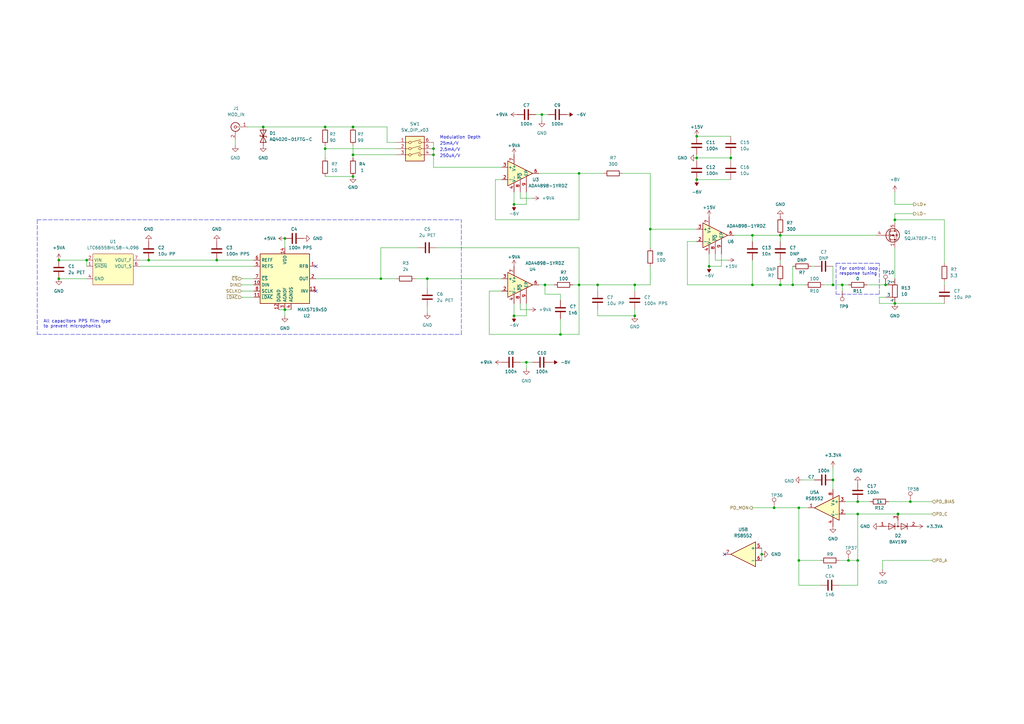
<source format=kicad_sch>
(kicad_sch (version 20211123) (generator eeschema)
  (paper "A3")
  (title_block (title "Kirdy") (date "2022-07-03") (rev "r0.1") (company "M-Labs") (comment 1 "Alex Wong Tat Hang"))
  (lib_symbols
    (symbol "Amplifier_Operational:ADA4898-1YRDZ" (pin_names (offset 0.127))
      (property "Reference" "U" (at 3.81 3.81 0))
      (property "Value" "ADA4898-1YRDZ" (at 11.43 -2.54 0))
      (symbol "ADA4898-1YRDZ_1_1"
        (polyline (pts (xy -5.08 5.08) (xy 5.08 0) (xy -5.08 -5.08) (xy -5.08 5.08)) (stroke (width 0.254)) (fill (type background)))
        (pin input line (at -7.62 -2.54 0) (length 2.54) (name "-") (number "2"))
        (pin input line (at -7.62 2.54 0) (length 2.54) (name "+") (number "3"))
        (pin power_in line (at -2.54 -7.62 90) (length 3.81) (name "V-") (number "4"))
        (pin output line (at 7.62 0 180) (length 2.54) (name "~") (number "6"))
        (pin power_in line (at -2.54 7.62 270) (length 3.81) (name "V+") (number "7"))
        (pin input line (at 0 -7.62 90) (length 5.08) (name "~{PD}") (number "8"))
        (pin passive line (at 2.54 -7.62 90) (length 6.35) (name "EP") (number "9"))
      )
    )
    (symbol "Analog_DAC:MAX5719xSD"
      (property "Reference" "U" (at -10.16 11.43 0))
      (property "Value" "MAX5719xSD" (at 1.27 11.43 0))
      (symbol "MAX5719xSD_0_1"
        (rectangle (start -10.16 10.16) (end 10.16 -10.16) (stroke (width 0.254)) (fill (type background)))
      )
      (symbol "MAX5719xSD_1_1"
        (pin passive line (at 12.7 5.08 180) (length 2.54) (name "RFB") (number "1"))
        (pin input line (at -12.7 -2.54 0) (length 2.54) (name "DIN") (number "10"))
        (pin input line (at -12.7 -7.62 0) (length 2.54) (name "~{LDAC}") (number "11"))
        (pin power_in line (at -2.54 -12.7 90) (length 2.54) (name "DGND") (number "12"))
        (pin passive line (at 12.7 -5.08 180) (length 2.54) (name "INV") (number "13"))
        (pin power_in line (at 0 12.7 270) (length 2.54) (name "VDD") (number "14"))
        (pin output line (at 12.7 0 180) (length 2.54) (name "OUT") (number "2"))
        (pin power_in line (at 0 -12.7 90) (length 2.54) (name "AGNDF") (number "3"))
        (pin power_in line (at 2.54 -12.7 90) (length 2.54) (name "AGNDS") (number "4"))
        (pin input line (at -12.7 5.08 0) (length 2.54) (name "REFS") (number "5"))
        (pin input line (at -12.7 7.62 0) (length 2.54) (name "REFF") (number "6"))
        (pin input line (at -12.7 0 0) (length 2.54) (name "~{CS}") (number "7"))
        (pin input line (at -12.7 -5.08 0) (length 2.54) (name "SCLK") (number "8"))
        (pin no_connect line (at 10.16 -7.62 180) (length 2.54) hide (name "NC") (number "9"))
      )
    )
    (symbol "Connector:Conn_Coaxial" (pin_names (offset 1.016) hide)
      (property "Reference" "J" (at 0.254 3.048 0))
      (property "Value" "Conn_Coaxial" (at 2.921 0 90))
      (symbol "Conn_Coaxial_0_1"
        (arc (start -1.778 -0.508) (mid 0.222 -1.808) (end 1.778 0) (stroke (width 0.254)))
        (polyline (pts (xy -2.54 0) (xy -0.508 0)))
        (polyline (pts (xy 0 -2.54) (xy 0 -1.778)))
        (circle (center 0 0) (radius 0.508) (stroke (width 0.2032)))
        (arc (start 1.778 0) (mid 0.222 1.8083) (end -1.778 0.508) (stroke (width 0.254)))
      )
      (symbol "Conn_Coaxial_1_1"
        (pin passive line (at -5.08 0 0) (length 2.54) (name "In") (number "1"))
        (pin passive line (at 0 -5.08 90) (length 2.54) (name "Ext") (number "2"))
      )
    )
    (symbol "Connector:TestPoint" (pin_numbers hide) (pin_names (offset 0.762) hide)
      (property "Reference" "TP" (at 0 6.858 0))
      (property "Value" "TestPoint" (at 0 5.08 0))
      (symbol "TestPoint_0_1"
        (circle (center 0 3.302) (radius 0.762))
      )
      (symbol "TestPoint_1_1"
        (pin passive line (at 0 0 90) (length 2.54) (name "1") (number "1"))
      )
    )
    (symbol "Device:C" (pin_numbers hide) (pin_names (offset 0.254))
      (property "Reference" "C" (at 0.635 2.54 0))
      (property "Value" "C" (at 0.635 -2.54 0))
      (symbol "C_0_1"
        (polyline (pts (xy -2.032 -0.762) (xy 2.032 -0.762)) (stroke (width 0.508)))
        (polyline (pts (xy -2.032 0.762) (xy 2.032 0.762)) (stroke (width 0.508)))
      )
      (symbol "C_1_1"
        (pin passive line (at 0 3.81 270) (length 2.794) (name "~") (number "1"))
        (pin passive line (at 0 -3.81 90) (length 2.794) (name "~") (number "2"))
      )
    )
    (symbol "Device:D_TVS" (pin_numbers hide) (pin_names (offset 1.016) hide)
      (property "Reference" "D" (at 0 2.54 0))
      (property "Value" "D_TVS" (at 0 -2.54 0))
      (symbol "D_TVS_0_1"
        (polyline (pts (xy 1.27 0) (xy -1.27 0)))
        (polyline (pts (xy 0.508 1.27) (xy 0 1.27) (xy 0 -1.27) (xy -0.508 -1.27)) (stroke (width 0.254)))
        (polyline (pts (xy -2.54 1.27) (xy -2.54 -1.27) (xy 2.54 1.27) (xy 2.54 -1.27) (xy -2.54 1.27)) (stroke (width 0.254)))
      )
      (symbol "D_TVS_1_1"
        (pin passive line (at -3.81 0 0) (length 2.54) (name "A1") (number "1"))
        (pin passive line (at 3.81 0 180) (length 2.54) (name "A2") (number "2"))
      )
    )
    (symbol "Device:R" (pin_numbers hide) (pin_names (offset 0))
      (property "Reference" "R" (at 2.032 0 90))
      (property "Value" "R" (at 0 0 90))
      (symbol "R_0_1"
        (rectangle (start -1.016 -2.54) (end 1.016 2.54) (stroke (width 0.254)))
      )
      (symbol "R_1_1"
        (pin passive line (at 0 3.81 270) (length 1.27) (name "~") (number "1"))
        (pin passive line (at 0 -3.81 90) (length 1.27) (name "~") (number "2"))
      )
    )
    (symbol "Device:R_Shunt" (pin_numbers hide) (pin_names (offset 0))
      (property "Reference" "R" (at -4.445 0 90))
      (property "Value" "R_Shunt" (at -2.54 0 90))
      (symbol "R_Shunt_0_1"
        (rectangle (start -1.016 -2.54) (end 1.016 2.54) (stroke (width 0.254)))
        (polyline (pts (xy 0 -2.54) (xy 1.27 -2.54)))
        (polyline (pts (xy 1.27 2.54) (xy 0 2.54)))
      )
      (symbol "R_Shunt_1_1"
        (pin passive line (at 0 5.08 270) (length 2.54) (name "1") (number "1"))
        (pin passive line (at 3.81 2.54 180) (length 2.54) (name "2") (number "2"))
        (pin passive line (at 3.81 -2.54 180) (length 2.54) (name "3") (number "3"))
        (pin passive line (at 0 -5.08 90) (length 2.54) (name "4") (number "4"))
      )
    )
    (symbol "Diode:BAV99" (pin_names hide)
      (property "Reference" "D" (at 0 5.08 0))
      (property "Value" "BAV99" (at 0 2.54 0))
      (symbol "BAV99_0_1"
        (polyline (pts (xy -5.08 0) (xy 5.08 0)))
      )
      (symbol "BAV99_1_1"
        (polyline (pts (xy 0 0) (xy 0 -2.54)))
        (polyline (pts (xy -1.27 -1.27) (xy -1.27 1.27) (xy -1.27 1.27)) (stroke (width 0.2032)))
        (polyline (pts (xy 3.81 1.27) (xy 3.81 -1.27) (xy 3.81 -1.27)) (stroke (width 0.2032)))
        (polyline (pts (xy -3.81 1.27) (xy -1.27 0) (xy -3.81 -1.27) (xy -3.81 1.27) (xy -3.81 1.27) (xy -3.81 1.27)) (stroke (width 0.2032)))
        (polyline (pts (xy 1.27 1.27) (xy 3.81 0) (xy 1.27 -1.27) (xy 1.27 1.27) (xy 1.27 1.27) (xy 1.27 1.27)) (stroke (width 0.2032)))
        (circle (center 0 0) (radius 0.254) (fill (type outline)))
        (pin passive line (at -7.62 0 0) (length 2.54) (name "K") (number "1"))
        (pin passive line (at 7.62 0 180) (length 2.54) (name "A") (number "2"))
        (pin passive line (at 0 -5.08 90) (length 2.54) (name "K") (number "3"))
      )
    )
    (symbol "Switch:SW_DIP_x03" (pin_names (offset 0) hide)
      (property "Reference" "SW" (at 0 8.89 0))
      (property "Value" "SW_DIP_x03" (at 0 -3.81 0))
      (symbol "SW_DIP_x03_0_0"
        (circle (center -2.032 0) (radius 0.508))
        (circle (center -2.032 2.54) (radius 0.508))
        (circle (center -2.032 5.08) (radius 0.508))
        (polyline (pts (xy -1.524 0.127) (xy 2.3622 1.1684)))
        (polyline (pts (xy -1.524 2.667) (xy 2.3622 3.7084)))
        (polyline (pts (xy -1.524 5.207) (xy 2.3622 6.2484)))
        (circle (center 2.032 0) (radius 0.508))
        (circle (center 2.032 2.54) (radius 0.508))
        (circle (center 2.032 5.08) (radius 0.508))
      )
      (symbol "SW_DIP_x03_0_1"
        (rectangle (start -3.81 7.62) (end 3.81 -2.54) (stroke (width 0.254)) (fill (type background)))
      )
      (symbol "SW_DIP_x03_1_1"
        (pin passive line (at -7.62 5.08 0) (length 5.08) (name "~") (number "1"))
        (pin passive line (at -7.62 2.54 0) (length 5.08) (name "~") (number "2"))
        (pin passive line (at -7.62 0 0) (length 5.08) (name "~") (number "3"))
        (pin passive line (at 7.62 0 180) (length 5.08) (name "~") (number "4"))
        (pin passive line (at 7.62 2.54 180) (length 5.08) (name "~") (number "5"))
        (pin passive line (at 7.62 5.08 180) (length 5.08) (name "~") (number "6"))
      )
    )
    (symbol "Transistor_FET:CSD17507Q5A" (pin_names hide)
      (property "Reference" "Q" (at 5.08 1.905 0))
      (property "Value" "CSD17507Q5A" (at 5.08 0 0))
      (symbol "CSD17507Q5A_0_1"
        (polyline (pts (xy 0.254 0) (xy -2.54 0)))
        (polyline (pts (xy 0.254 1.905) (xy 0.254 -1.905)) (stroke (width 0.254)))
        (polyline (pts (xy 0.762 -1.27) (xy 0.762 -2.286)) (stroke (width 0.254)))
        (polyline (pts (xy 0.762 0.508) (xy 0.762 -0.508)) (stroke (width 0.254)))
        (polyline (pts (xy 0.762 2.286) (xy 0.762 1.27)) (stroke (width 0.254)))
        (polyline (pts (xy 2.54 2.54) (xy 2.54 1.778)))
        (polyline (pts (xy 2.54 -2.54) (xy 2.54 0) (xy 0.762 0)))
        (polyline (pts (xy 0.762 -1.778) (xy 3.302 -1.778) (xy 3.302 1.778) (xy 0.762 1.778)))
        (polyline (pts (xy 1.016 0) (xy 2.032 0.381) (xy 2.032 -0.381) (xy 1.016 0)) (fill (type outline)))
        (polyline (pts (xy 2.794 0.508) (xy 2.921 0.381) (xy 3.683 0.381) (xy 3.81 0.254)))
        (polyline (pts (xy 3.302 0.381) (xy 2.921 -0.254) (xy 3.683 -0.254) (xy 3.302 0.381)))
        (circle (center 1.651 0) (radius 2.794) (stroke (width 0.254)))
        (circle (center 2.54 -1.778) (radius 0.254) (fill (type outline)))
        (circle (center 2.54 1.778) (radius 0.254) (fill (type outline)))
      )
      (symbol "CSD17507Q5A_1_1"
        (pin passive line (at 2.54 -5.08 90) (length 2.54) (name "S") (number "1"))
        (pin passive line (at 2.54 -5.08 90) (length 2.54) hide (name "S") (number "2"))
        (pin passive line (at 2.54 -5.08 90) (length 2.54) hide (name "S") (number "3"))
        (pin passive line (at -5.08 0 0) (length 2.54) (name "G") (number "4"))
        (pin passive line (at 2.54 5.08 270) (length 2.54) (name "D") (number "5"))
      )
    )
    (symbol "kirdy:LTC6655"
      (property "Reference" "U" (at 0 -10.16 0))
      (property "Value" "LTC6655" (at 0 -7.62 0))
      (symbol "LTC6655_0_0"
        (pin input line (at -10.16 2.54 0) (length 2.54) (name "~{SHDN}") (number "1"))
        (pin power_in line (at -10.16 5.08 0) (length 2.54) (name "VIN") (number "2"))
        (pin power_in line (at -10.16 -2.54 0) (length 2.54) hide (name "GND") (number "3"))
        (pin power_in line (at -10.16 -2.54 0) (length 2.54) (name "GND") (number "4"))
        (pin power_in line (at -10.16 -2.54 0) (length 2.54) hide (name "GND") (number "5"))
        (pin passive line (at 11.43 2.54 180) (length 2.54) (name "VOUT_S") (number "6"))
        (pin output line (at 11.43 5.08 180) (length 2.54) (name "VOUT_F") (number "7"))
        (pin power_in line (at -10.16 -2.54 0) (length 2.54) hide (name "GND") (number "8"))
      )
      (symbol "LTC6655_0_1"
        (rectangle (start -7.62 7.62) (end 8.89 -5.08) (fill (type background)))
      )
    )
    (symbol "kirdy:RS8552" (pin_names (offset 0.127))
      (property "Reference" "U" (at 0 5.08 0))
      (property "Value" "RS8552" (at 0 -5.08 0))
      (symbol "RS8552_1_1"
        (polyline (pts (xy -5.08 5.08) (xy 5.08 0) (xy -5.08 -5.08) (xy -5.08 5.08)) (stroke (width 0.254)) (fill (type background)))
        (pin output line (at 7.62 0 180) (length 2.54) (name "~") (number "1"))
        (pin input line (at -7.62 -2.54 0) (length 2.54) (name "-") (number "2"))
        (pin input line (at -7.62 2.54 0) (length 2.54) (name "+") (number "3"))
      )
      (symbol "RS8552_2_1"
        (polyline (pts (xy -5.08 5.08) (xy 5.08 0) (xy -5.08 -5.08) (xy -5.08 5.08)) (stroke (width 0.254)) (fill (type background)))
        (pin input line (at -7.62 2.54 0) (length 2.54) (name "+") (number "5"))
        (pin input line (at -7.62 -2.54 0) (length 2.54) (name "-") (number "6"))
        (pin output line (at 7.62 0 180) (length 2.54) (name "~") (number "7"))
      )
      (symbol "RS8552_3_1"
        (pin power_in line (at -2.54 -7.62 90) (length 3.81) (name "V-") (number "4"))
        (pin power_in line (at -2.54 7.62 270) (length 3.81) (name "V+") (number "8"))
      )
    )
    (symbol "power:+15V" (power) (pin_names (offset 0))
      (property "Value" "+15V" (at 0 3.556 0))
      (symbol "+15V_0_1"
        (polyline (pts (xy -0.762 1.27) (xy 0 2.54)))
        (polyline (pts (xy 0 0) (xy 0 2.54)))
        (polyline (pts (xy 0 2.54) (xy 0.762 1.27)))
      )
      (symbol "+15V_1_1"
        (pin power_in line (at 0 0 90) (length 0) hide (name "+15V") (number "1"))
      )
    )
    (symbol "power:+3.3VA" (power) (pin_names (offset 0))
      (property "Value" "+3.3VA" (at 0 3.556 0))
      (symbol "+3.3VA_0_1"
        (polyline (pts (xy -0.762 1.27) (xy 0 2.54)))
        (polyline (pts (xy 0 0) (xy 0 2.54)))
        (polyline (pts (xy 0 2.54) (xy 0.762 1.27)))
      )
      (symbol "+3.3VA_1_1"
        (pin power_in line (at 0 0 90) (length 0) hide (name "+3.3VA") (number "1"))
      )
    )
    (symbol "power:+5VA" (power) (pin_names (offset 0))
      (property "Value" "+5VA" (at 0 3.556 0))
      (symbol "+5VA_0_1"
        (polyline (pts (xy -0.762 1.27) (xy 0 2.54)))
        (polyline (pts (xy 0 0) (xy 0 2.54)))
        (polyline (pts (xy 0 2.54) (xy 0.762 1.27)))
      )
      (symbol "+5VA_1_1"
        (pin power_in line (at 0 0 90) (length 0) hide (name "+5VA") (number "1"))
      )
    )
    (symbol "power:+8V" (power) (pin_names (offset 0))
      (property "Value" "+8V" (at 0 3.556 0))
      (symbol "+8V_0_1"
        (polyline (pts (xy -0.762 1.27) (xy 0 2.54)))
        (polyline (pts (xy 0 0) (xy 0 2.54)))
        (polyline (pts (xy 0 2.54) (xy 0.762 1.27)))
      )
      (symbol "+8V_1_1"
        (pin power_in line (at 0 0 90) (length 0) hide (name "+8V") (number "1"))
      )
    )
    (symbol "power:+9VA" (power) (pin_names (offset 0))
      (property "Value" "+9VA" (at 0 3.81 0))
      (symbol "+9VA_0_1"
        (polyline (pts (xy -0.762 1.27) (xy 0 2.54)))
        (polyline (pts (xy 0 0) (xy 0 2.54)))
        (polyline (pts (xy 0 2.54) (xy 0.762 1.27)))
      )
      (symbol "+9VA_1_1"
        (pin power_in line (at 0 0 90) (length 0) hide (name "+9VA") (number "1"))
      )
    )
    (symbol "power:-6V" (power) (pin_names (offset 0))
      (property "Value" "-6V" (at 0 3.81 0))
      (symbol "-6V_0_0"
        (pin power_in line (at 0 0 90) (length 0) hide (name "-6V") (number "1"))
      )
      (symbol "-6V_0_1"
        (polyline (pts (xy 0 0) (xy 0 1.27) (xy 0.762 1.27) (xy 0 2.54) (xy -0.762 1.27) (xy 0 1.27)) (fill (type outline)))
      )
    )
    (symbol "power:GND" (power) (pin_names (offset 0))
      (property "Value" "GND" (at 0 -3.81 0))
      (symbol "GND_0_1"
        (polyline (pts (xy 0 0) (xy 0 -1.27) (xy 1.27 -1.27) (xy 0 -2.54) (xy -1.27 -1.27) (xy 0 -1.27)))
      )
      (symbol "GND_1_1"
        (pin power_in line (at 0 0 270) (length 0) hide (name "GND") (number "1"))
      )
    )
  )
  (junction (at 290.83 109.22))
  (junction (at 144.78 72.39))
  (junction (at 237.49 71.12))
  (junction (at 363.22 116.84))
  (junction (at 285.75 64.77))
  (junction (at 347.98 229.87))
  (junction (at 223.52 116.84))
  (junction (at 351.79 205.74))
  (junction (at 116.84 97.79))
  (junction (at 308.61 96.52))
  (junction (at 367.03 90.17))
  (junction (at 107.95 52.07))
  (junction (at 222.25 46.99))
  (junction (at 177.8 63.5))
  (junction (at 260.35 116.84))
  (junction (at 351.79 229.87))
  (junction (at 215.9 148.59))
  (junction (at 320.04 116.84))
  (junction (at 285.75 55.88))
  (junction (at 210.82 129.54))
  (junction (at 144.78 52.07))
  (junction (at 237.49 116.84))
  (junction (at 245.11 116.84))
  (junction (at 210.82 83.82))
  (junction (at 345.44 116.84))
  (junction (at 308.61 116.84))
  (junction (at 156.21 114.3))
  (junction (at 320.04 96.52))
  (junction (at 133.35 52.07))
  (junction (at 373.38 205.74))
  (junction (at 327.66 208.28))
  (junction (at 312.42 227.33))
  (junction (at 351.79 210.82))
  (junction (at 175.26 114.3))
  (junction (at 60.96 106.68))
  (junction (at 299.72 64.77))
  (junction (at 266.7 93.98))
  (junction (at 317.5 208.28))
  (junction (at 35.56 106.68))
  (junction (at 367.03 124.46))
  (junction (at 285.75 73.66))
  (junction (at 88.9 106.68))
  (junction (at 368.3 210.82))
  (junction (at 24.13 114.3))
  (junction (at 260.35 129.54))
  (junction (at 133.35 60.96))
  (junction (at 327.66 229.87))
  (junction (at 325.12 116.84))
  (junction (at 341.63 196.85))
  (junction (at 144.78 63.5))
  (junction (at 116.84 127))
  (junction (at 229.87 137.16))
  (junction (at 24.13 106.68))
  (junction (at 177.8 60.96))
  (junction (at 341.63 116.84))
  (no_connect (at 129.54 119.38))
  (no_connect (at 297.18 227.33))
  (no_connect (at 129.54 109.22))
  (wire (pts (xy 175.26 125.73) (xy 175.26 128.27)))
  (wire (pts (xy 99.06 114.3) (xy 104.14 114.3)))
  (wire (pts (xy 308.61 208.28) (xy 317.5 208.28)))
  (wire (pts (xy 35.56 106.68) (xy 35.56 109.22)))
  (wire (pts (xy 177.8 60.96) (xy 177.8 63.5)))
  (wire (pts (xy 237.49 116.84) (xy 245.11 116.84)))
  (wire (pts (xy 368.3 210.82) (xy 382.27 210.82)))
  (wire (pts (xy 133.35 72.39) (xy 144.78 72.39)))
  (wire (pts (xy 355.6 116.84) (xy 363.22 116.84)))
  (wire (pts (xy 308.61 96.52) (xy 320.04 96.52)))
  (wire (pts (xy 347.98 229.87) (xy 351.79 229.87)))
  (wire (pts (xy 351.79 229.87) (xy 351.79 210.82)))
  (wire (pts (xy 345.44 119.38) (xy 345.44 116.84)))
  (wire (pts (xy 260.35 116.84) (xy 266.7 116.84)))
  (wire (pts (xy 285.75 64.77) (xy 285.75 66.04)))
  (wire (pts (xy 367.03 91.44) (xy 367.03 90.17)))
  (wire (pts (xy 179.07 101.6) (xy 237.49 101.6)))
  (wire (pts (xy 158.75 58.42) (xy 162.56 58.42)))
  (wire (pts (xy 387.35 107.95) (xy 387.35 90.17)))
  (wire (pts (xy 96.52 59.69) (xy 96.52 57.15)))
  (wire (pts (xy 260.35 119.38) (xy 260.35 116.84)))
  (wire (pts (xy 308.61 96.52) (xy 308.61 99.06)))
  (wire (pts (xy 300.99 96.52) (xy 308.61 96.52)))
  (wire (pts (xy 213.36 127) (xy 217.17 127)))
  (wire (pts (xy 144.78 59.69) (xy 144.78 63.5)))
  (wire (pts (xy 266.7 109.22) (xy 266.7 116.84)))
  (wire (pts (xy 387.35 115.57) (xy 387.35 116.84)))
  (wire (pts (xy 320.04 96.52) (xy 359.41 96.52)))
  (wire (pts (xy 101.6 52.07) (xy 107.95 52.07)))
  (polyline (pts (xy 342.9 120.65) (xy 360.68 120.65)))
  (wire (pts (xy 99.06 119.38) (xy 104.14 119.38)))
  (wire (pts (xy 361.95 229.87) (xy 382.27 229.87)))
  (wire (pts (xy 293.37 106.68) (xy 298.45 106.68)))
  (polyline (pts (xy 342.9 107.95) (xy 360.68 107.95)))
  (wire (pts (xy 360.68 121.92) (xy 360.68 124.46)))
  (wire (pts (xy 177.8 58.42) (xy 177.8 60.96)))
  (wire (pts (xy 320.04 106.68) (xy 320.04 107.95)))
  (wire (pts (xy 327.66 229.87) (xy 327.66 208.28)))
  (wire (pts (xy 60.96 106.68) (xy 88.9 106.68)))
  (wire (pts (xy 99.06 116.84) (xy 104.14 116.84)))
  (wire (pts (xy 133.35 59.69) (xy 133.35 60.96)))
  (wire (pts (xy 220.98 71.12) (xy 237.49 71.12)))
  (wire (pts (xy 222.25 46.99) (xy 222.25 49.53)))
  (wire (pts (xy 245.11 116.84) (xy 260.35 116.84)))
  (wire (pts (xy 237.49 90.17) (xy 237.49 71.12)))
  (wire (pts (xy 229.87 137.16) (xy 237.49 137.16)))
  (wire (pts (xy 175.26 114.3) (xy 205.74 114.3)))
  (wire (pts (xy 170.18 114.3) (xy 175.26 114.3)))
  (wire (pts (xy 320.04 96.52) (xy 320.04 99.06)))
  (wire (pts (xy 237.49 137.16) (xy 237.49 116.84)))
  (wire (pts (xy 336.55 240.03) (xy 327.66 240.03)))
  (wire (pts (xy 367.03 87.63) (xy 374.65 87.63)))
  (wire (pts (xy 260.35 129.54) (xy 260.35 127)))
  (wire (pts (xy 57.15 109.22) (xy 104.14 109.22)))
  (wire (pts (xy 144.78 63.5) (xy 162.56 63.5)))
  (wire (pts (xy 234.95 116.84) (xy 237.49 116.84)))
  (wire (pts (xy 299.72 64.77) (xy 285.75 64.77)))
  (wire (pts (xy 222.25 46.99) (xy 224.79 46.99)))
  (wire (pts (xy 200.66 119.38) (xy 200.66 137.16)))
  (wire (pts (xy 215.9 83.82) (xy 215.9 78.74)))
  (wire (pts (xy 210.82 78.74) (xy 210.82 83.82)))
  (wire (pts (xy 215.9 129.54) (xy 215.9 124.46)))
  (wire (pts (xy 156.21 101.6) (xy 156.21 114.3)))
  (wire (pts (xy 373.38 205.74) (xy 382.27 205.74)))
  (wire (pts (xy 171.45 101.6) (xy 156.21 101.6)))
  (polyline (pts (xy 15.24 90.17) (xy 189.23 90.17)))
  (wire (pts (xy 367.03 124.46) (xy 387.35 124.46)))
  (wire (pts (xy 361.95 233.68) (xy 361.95 229.87)))
  (wire (pts (xy 215.9 148.59) (xy 218.44 148.59)))
  (wire (pts (xy 107.95 52.07) (xy 133.35 52.07)))
  (wire (pts (xy 325.12 109.22) (xy 325.12 116.84)))
  (wire (pts (xy 213.36 78.74) (xy 213.36 81.28)))
  (wire (pts (xy 133.35 52.07) (xy 144.78 52.07)))
  (wire (pts (xy 210.82 83.82) (xy 215.9 83.82)))
  (wire (pts (xy 213.36 148.59) (xy 215.9 148.59)))
  (wire (pts (xy 341.63 116.84) (xy 345.44 116.84)))
  (wire (pts (xy 266.7 71.12) (xy 266.7 93.98)))
  (wire (pts (xy 290.83 109.22) (xy 295.91 109.22)))
  (wire (pts (xy 219.71 46.99) (xy 222.25 46.99)))
  (wire (pts (xy 205.74 73.66) (xy 203.2 73.66)))
  (polyline (pts (xy 360.68 120.65) (xy 360.68 107.95)))
  (wire (pts (xy 360.68 121.92) (xy 363.22 121.92)))
  (wire (pts (xy 317.5 208.28) (xy 327.66 208.28)))
  (wire (pts (xy 344.17 229.87) (xy 347.98 229.87)))
  (wire (pts (xy 57.15 106.68) (xy 60.96 106.68)))
  (wire (pts (xy 200.66 137.16) (xy 229.87 137.16)))
  (wire (pts (xy 213.36 124.46) (xy 213.36 127)))
  (wire (pts (xy 129.54 114.3) (xy 156.21 114.3)))
  (wire (pts (xy 229.87 120.65) (xy 223.52 120.65)))
  (wire (pts (xy 88.9 106.68) (xy 104.14 106.68)))
  (wire (pts (xy 337.82 116.84) (xy 341.63 116.84)))
  (wire (pts (xy 364.49 205.74) (xy 373.38 205.74)))
  (wire (pts (xy 255.27 71.12) (xy 266.7 71.12)))
  (wire (pts (xy 24.13 106.68) (xy 35.56 106.68)))
  (wire (pts (xy 341.63 191.77) (xy 341.63 196.85)))
  (wire (pts (xy 24.13 114.3) (xy 35.56 114.3)))
  (wire (pts (xy 346.71 205.74) (xy 351.79 205.74)))
  (wire (pts (xy 387.35 90.17) (xy 367.03 90.17)))
  (wire (pts (xy 210.82 129.54) (xy 215.9 129.54)))
  (wire (pts (xy 144.78 63.5) (xy 144.78 64.77)))
  (wire (pts (xy 290.83 104.14) (xy 290.83 109.22)))
  (polyline (pts (xy 15.24 90.17) (xy 15.24 137.16)))
  (wire (pts (xy 345.44 116.84) (xy 347.98 116.84)))
  (wire (pts (xy 133.35 60.96) (xy 162.56 60.96)))
  (wire (pts (xy 281.94 116.84) (xy 281.94 99.06)))
  (wire (pts (xy 327.66 240.03) (xy 327.66 229.87)))
  (wire (pts (xy 116.84 97.79) (xy 116.84 101.6)))
  (wire (pts (xy 293.37 104.14) (xy 293.37 106.68)))
  (wire (pts (xy 177.8 68.58) (xy 205.74 68.58)))
  (wire (pts (xy 327.66 229.87) (xy 336.55 229.87)))
  (polyline (pts (xy 342.9 107.95) (xy 342.9 120.65)))
  (wire (pts (xy 237.49 71.12) (xy 247.65 71.12)))
  (wire (pts (xy 351.79 205.74) (xy 356.87 205.74)))
  (wire (pts (xy 325.12 116.84) (xy 330.2 116.84)))
  (wire (pts (xy 312.42 224.79) (xy 312.42 227.33)))
  (wire (pts (xy 367.03 83.82) (xy 374.65 83.82)))
  (wire (pts (xy 308.61 116.84) (xy 281.94 116.84)))
  (wire (pts (xy 203.2 90.17) (xy 237.49 90.17)))
  (wire (pts (xy 114.3 127) (xy 116.84 127)))
  (wire (pts (xy 312.42 227.33) (xy 312.42 229.87)))
  (wire (pts (xy 266.7 93.98) (xy 285.75 93.98)))
  (wire (pts (xy 99.06 121.92) (xy 104.14 121.92)))
  (wire (pts (xy 156.21 114.3) (xy 162.56 114.3)))
  (wire (pts (xy 213.36 81.28) (xy 218.44 81.28)))
  (wire (pts (xy 266.7 93.98) (xy 266.7 101.6)))
  (polyline (pts (xy 15.24 137.16) (xy 189.23 137.16)))
  (wire (pts (xy 245.11 127) (xy 245.11 129.54)))
  (wire (pts (xy 320.04 115.57) (xy 320.04 116.84)))
  (wire (pts (xy 367.03 90.17) (xy 367.03 87.63)))
  (wire (pts (xy 328.93 196.85) (xy 334.01 196.85)))
  (wire (pts (xy 344.17 240.03) (xy 351.79 240.03)))
  (wire (pts (xy 210.82 124.46) (xy 210.82 129.54)))
  (wire (pts (xy 341.63 196.85) (xy 341.63 200.66)))
  (wire (pts (xy 245.11 119.38) (xy 245.11 116.84)))
  (wire (pts (xy 346.71 210.82) (xy 351.79 210.82)))
  (wire (pts (xy 223.52 120.65) (xy 223.52 116.84)))
  (wire (pts (xy 341.63 109.22) (xy 341.63 116.84)))
  (wire (pts (xy 351.79 240.03) (xy 351.79 229.87)))
  (wire (pts (xy 327.66 208.28) (xy 331.47 208.28)))
  (wire (pts (xy 229.87 130.81) (xy 229.87 137.16)))
  (wire (pts (xy 299.72 63.5) (xy 299.72 64.77)))
  (wire (pts (xy 367.03 78.74) (xy 367.03 83.82)))
  (wire (pts (xy 332.74 109.22) (xy 334.01 109.22)))
  (wire (pts (xy 133.35 60.96) (xy 133.35 64.77)))
  (wire (pts (xy 116.84 127) (xy 116.84 129.54)))
  (wire (pts (xy 237.49 101.6) (xy 237.49 116.84)))
  (wire (pts (xy 299.72 64.77) (xy 299.72 66.04)))
  (wire (pts (xy 175.26 114.3) (xy 175.26 118.11)))
  (wire (pts (xy 177.8 63.5) (xy 177.8 68.58)))
  (wire (pts (xy 144.78 52.07) (xy 158.75 52.07)))
  (wire (pts (xy 223.52 116.84) (xy 227.33 116.84)))
  (wire (pts (xy 360.68 124.46) (xy 367.03 124.46)))
  (wire (pts (xy 205.74 119.38) (xy 200.66 119.38)))
  (wire (pts (xy 285.75 63.5) (xy 285.75 64.77)))
  (wire (pts (xy 245.11 129.54) (xy 260.35 129.54)))
  (wire (pts (xy 285.75 55.88) (xy 299.72 55.88)))
  (wire (pts (xy 351.79 210.82) (xy 368.3 210.82)))
  (wire (pts (xy 308.61 116.84) (xy 320.04 116.84)))
  (wire (pts (xy 229.87 123.19) (xy 229.87 120.65)))
  (wire (pts (xy 285.75 73.66) (xy 299.72 73.66)))
  (wire (pts (xy 220.98 116.84) (xy 223.52 116.84)))
  (wire (pts (xy 367.03 101.6) (xy 367.03 114.3)))
  (wire (pts (xy 158.75 52.07) (xy 158.75 58.42)))
  (wire (pts (xy 295.91 109.22) (xy 295.91 104.14)))
  (wire (pts (xy 308.61 106.68) (xy 308.61 116.84)))
  (wire (pts (xy 215.9 148.59) (xy 215.9 151.13)))
  (wire (pts (xy 320.04 116.84) (xy 325.12 116.84)))
  (polyline (pts (xy 189.23 137.16) (xy 189.23 90.17)))
  (wire (pts (xy 116.84 127) (xy 119.38 127)))
  (wire (pts (xy 203.2 73.66) (xy 203.2 90.17)))
  (wire (pts (xy 281.94 99.06) (xy 285.75 99.06)))
  (text "250uA/V" (at 180.34 64.77 0) (effects (font (size 1.27 1.27)) (justify left bottom)))
  (text "All capacitors PPS film type\nto prevent microphonics " (at 17.78 134.62 0) (effects (font (size 1.27 1.27)) (justify left bottom)))
  (text "2.5mA/V" (at 180.34 62.23 0) (effects (font (size 1.27 1.27)) (justify left bottom)))
  (text "For control loop\nresponse tuning" (at 344.17 113.03 0) (effects (font (size 1.27 1.27)) (justify left bottom)))
  (text "25mA/V" (at 180.34 59.69 0) (effects (font (size 1.27 1.27)) (justify left bottom)))
  (text "Modulation Depth" (at 180.34 57.15 0) (effects (font (size 1.27 1.27)) (justify left bottom)))
  (hierarchical_label "~{LDAC}" (shape input) (at 99.06 121.92 180))
  (hierarchical_label "PD_BIAS" (shape input) (at 382.27 205.74 0))
  (hierarchical_label "LD+" (shape output) (at 374.65 83.82 0))
  (hierarchical_label "SCLK" (shape input) (at 99.06 119.38 180))
  (hierarchical_label "PD_MON" (shape output) (at 308.61 208.28 180))
  (hierarchical_label "PD_C" (shape input) (at 382.27 210.82 0))
  (hierarchical_label "PD_A" (shape input) (at 382.27 229.87 0))
  (hierarchical_label "DIN" (shape input) (at 99.06 116.84 180))
  (hierarchical_label "LD-" (shape output) (at 374.65 87.63 0))
  (hierarchical_label "~{CS}" (shape input) (at 99.06 114.3 180))
  (symbol (lib_id "Connector:TestPoint") (at 363.22 116.84 0) (unit 1)
    (property "Reference" "TP10" (at 361.95 111.76 0) (effects (justify left)))
    (property "Value" "TestPoint" (effects hide))
    (property "Footprint" "TestPoint:TestPoint_Pad_2.0x2.0mm" (effects hide))
  )
  (symbol (lib_id "Device:C") (at 351.79 201.93 0) (unit 1)
    (property "Reference" "C17" (at 355.6 199.39 0) (effects (justify left)))
    (property "Value" "100n" (at 355.6 201.93 0) (effects (justify left)))
    (property "Footprint" "Capacitor_SMD:C_0603_1608Metric" (effects hide))
    (property "MFR_PN" "CL10B104KB8NNWC" (effects hide))
    (property "MFR_PN_ALT" "CL10B104KB8NNNL" (effects hide))
  )
  (symbol (lib_id "Device:R") (at 320.04 111.76 180) (unit 1)
    (property "Reference" "R?" (at 316.23 113.03 0))
    (property "Value" "DNP" (at 316.23 110.49 0))
    (property "Footprint" "Resistor_SMD:R_0603_1608Metric" (effects hide))
  )
  (symbol (lib_id "Device:R") (at 320.04 92.71 180) (unit 1)
    (property "Reference" "R?" (at 322.58 91.4399 0) (effects (justify right)))
    (property "Value" "300" (at 322.58 93.9799 0) (effects (justify right)))
    (property "Footprint" "Resistor_SMD:R_0603_1608Metric" (effects hide))
    (property "MFR_PN" "WR06X1000FTL" (effects hide))
    (property "MFR_PN_ALT" "RMCF0603FT100R" (effects hide))
  )
  (symbol (lib_id "Diode:BAV99") (at 368.3 215.9 0) (mirror x) (unit 1)
    (property "Reference" "D2" (at 368.3 219.71 0))
    (property "Value" "BAV199" (at 368.3 222.25 0))
    (property "Footprint" "Package_TO_SOT_SMD:SOT-23" (effects hide))
    (property "Datasheet" "https://assets.nexperia.com/documents/data-sheet/BAV99_SER.pdf" (effects hide))
    (property "MFR_PN" "BAV199W-7" (effects hide))
    (property "MFR_PN_ALT" "BAV199E6327HTSA1" (effects hide))
  )
  (symbol (lib_id "power:GND") (at 328.93 196.85 270) (unit 1)
    (property "Reference" "#PWR?" (effects hide))
    (property "Value" "GND" (at 325.7551 197.2838 90) (effects (justify right)))
  )
  (symbol (lib_id "power:GND") (at 360.68 215.9 270) (unit 1)
    (property "Reference" "#PWR036" (effects hide))
    (property "Value" "GND" (at 356.87 215.8999 90) (effects (justify right)))
  )
  (symbol (lib_id "power:-6V") (at 232.41 46.99 270) (unit 1)
    (property "Reference" "#PWR022" (effects hide))
    (property "Value" "-6V" (at 236.22 46.9899 90) (effects (justify left)))
  )
  (symbol (lib_id "Device:C") (at 175.26 101.6 90) (unit 1)
    (property "Reference" "C5" (at 175.26 93.98 90))
    (property "Value" "2u PET" (at 175.26 96.52 90))
    (property "Footprint" "Capacitor_SMD:C_1812_4532Metric" (effects hide))
    (property "MFR_PN" "35MU225MC14532" (effects hide))
  )
  (symbol (lib_id "power:+15V") (at 285.75 55.88 0) (unit 1)
    (property "Reference" "#PWR028" (effects hide))
    (property "Value" "+15V" (at 285.75 52.07 0))
  )
  (symbol (lib_id "Device:R") (at 351.79 116.84 90) (unit 1)
    (property "Reference" "R11" (at 351.79 119.38 90))
    (property "Value" "0" (at 351.79 114.3 90))
    (property "Footprint" "Resistor_SMD:R_0603_1608Metric" (effects hide))
    (property "MFR_PN" "RMCF0603ZT0R00" (effects hide))
    (property "MFR_PN_ALT" "CR0603-J/-000ELF" (effects hide))
  )
  (symbol (lib_id "power:-6V") (at 226.06 148.59 270) (unit 1)
    (property "Reference" "#PWR023" (effects hide))
    (property "Value" "-6V" (at 229.87 148.5899 90) (effects (justify left)))
  )
  (symbol (lib_id "Device:C") (at 228.6 46.99 90) (unit 1)
    (property "Reference" "C9" (at 228.6 43.18 90))
    (property "Value" "100n" (at 228.6 50.8 90))
    (property "Footprint" "Capacitor_SMD:C_0603_1608Metric" (effects hide))
    (property "MFR_PN" "CL10B104KB8NNWC" (effects hide))
    (property "MFR_PN_ALT" "CL10B104KB8NNNL" (effects hide))
  )
  (symbol (lib_id "power:GND") (at 351.79 198.12 180) (unit 1)
    (property "Reference" "#PWR033" (effects hide))
    (property "Value" "GND" (at 351.79 193.04 0))
  )
  (symbol (lib_id "power:+5VA") (at 24.13 106.68 0) (unit 1)
    (property "Reference" "#PWR01" (effects hide))
    (property "Value" "+5VA" (at 24.13 101.6 0))
  )
  (symbol (lib_id "Device:C") (at 299.72 69.85 0) (unit 1)
    (property "Reference" "C16" (at 303.53 68.5799 0) (effects (justify left)))
    (property "Value" "10u" (at 303.53 71.1199 0) (effects (justify left)))
    (property "Footprint" "Capacitor_SMD:C_0805_2012Metric" (effects hide))
    (property "MFR_PN" "CL21B106KOQNNNG" (effects hide))
    (property "MFR_PN_ALT" "CL21B106KOQNNNE" (effects hide))
  )
  (symbol (lib_id "Device:C") (at 60.96 102.87 0) (unit 1)
    (property "Reference" "C2" (at 64.77 101.5999 0) (effects (justify left)))
    (property "Value" "10u PP" (at 64.77 104.1399 0) (effects (justify left)))
    (property "Footprint" "Capacitor_SMD:C_1812_4532Metric" (effects hide))
    (property "MFR_PN" "16MU106MC44532" (effects hide))
  )
  (symbol (lib_id "Connector:TestPoint") (at 345.44 119.38 180) (unit 1)
    (property "Reference" "TP9" (at 347.98 125.73 0) (effects (justify left)))
    (property "Value" "TestPoint" (effects hide))
    (property "Footprint" "TestPoint:TestPoint_Pad_2.0x2.0mm" (effects hide))
  )
  (symbol (lib_id "Device:C") (at 320.04 102.87 0) (unit 1)
    (property "Reference" "C?" (at 323.85 101.5999 0) (effects (justify left)))
    (property "Value" "DNP" (at 323.85 104.1399 0) (effects (justify left)))
    (property "Footprint" "Capacitor_SMD:C_0603_1608Metric" (effects hide))
  )
  (symbol (lib_id "Device:R") (at 334.01 116.84 90) (unit 1)
    (property "Reference" "R10" (at 334.01 119.38 90))
    (property "Value" "100" (at 334.01 114.3 90))
    (property "Footprint" "Resistor_SMD:R_0603_1608Metric" (effects hide))
    (property "MFR_PN" "WR06X1000FTL" (effects hide))
    (property "MFR_PN_ALT" "RMCF0603FT100R" (effects hide))
  )
  (symbol (lib_id "Device:R") (at 387.35 111.76 180) (unit 1)
    (property "Reference" "R?" (at 391.16 110.49 0))
    (property "Value" "3.3" (at 391.16 113.03 0))
    (property "Footprint" "Resistor_SMD:R_0603_1608Metric" (effects hide))
  )
  (symbol (lib_id "power:GND") (at 116.84 129.54 0) (unit 1)
    (property "Reference" "#PWR06" (effects hide))
    (property "Value" "GND" (at 116.84 134.62 0))
  )
  (symbol (lib_id "Amplifier_Operational:ADA4898-1YRDZ") (at 293.37 96.52 0) (unit 1)
    (property "Reference" "U6" (at 299.72 99.06 0))
    (property "Value" "ADA4898-1YRDZ" (at 306.07 92.71 0))
    (property "Footprint" "Package_SO:SOIC-8-1EP_3.9x4.9mm_P1.27mm_EP2.29x3mm" (effects hide))
    (property "Datasheet" "https://www.analog.com/media/en/technical-documentation/data-sheets/ada4898-1_4898-2.pdf" (effects hide))
    (property "MFR_PN" "ADA4898-1YRDZ" (effects hide))
  )
  (symbol (lib_id "Device:C") (at 308.61 102.87 0) (unit 1)
    (property "Reference" "C13" (at 312.42 101.5999 0) (effects (justify left)))
    (property "Value" "10n" (at 312.42 104.1399 0) (effects (justify left)))
    (property "Footprint" "Capacitor_SMD:C_0603_1608Metric" (effects hide))
    (property "MFR_PN" "0603B103K500CT" (effects hide))
    (property "MFR_PN_ALT" "CL10B103KB8NNNC" (effects hide))
  )
  (symbol (lib_id "Connector:TestPoint") (at 373.38 205.74 0) (unit 1)
    (property "Reference" "TP38" (at 372.11 200.66 0) (effects (justify left)))
    (property "Value" "TestPoint" (effects hide))
    (property "Footprint" "TestPoint:TestPoint_Pad_2.0x2.0mm" (effects hide))
  )
  (symbol (lib_id "Device:R") (at 266.7 105.41 180) (unit 1)
    (property "Reference" "R8" (at 269.24 104.1399 0) (effects (justify right)))
    (property "Value" "100" (at 269.24 106.6799 0) (effects (justify right)))
    (property "Footprint" "Resistor_SMD:R_0603_1608Metric" (effects hide))
    (property "MFR_PN" "RT0603FRE07300RL" (effects hide))
    (property "MFR_PN_ALT" "RC0603FR-10300RL" (effects hide))
  )
  (symbol (lib_id "power:GND") (at 124.46 97.79 90) (unit 1)
    (property "Reference" "#PWR07" (effects hide))
    (property "Value" "GND" (at 128.27 97.7899 90) (effects (justify right)))
  )
  (symbol (lib_id "Device:R") (at 133.35 68.58 180) (unit 1)
    (property "Reference" "R?" (at 137.16 67.31 0))
    (property "Value" "10" (at 137.16 69.85 0))
    (property "Footprint" "Resistor_SMD:R_0603_1608Metric" (effects hide))
    (property "MFR_PN" "RT0603BRD0710RL" (effects hide))
    (property "MFR_PN_ALT" "WR06X10R0FTL" (effects hide))
  )
  (symbol (lib_id "power:GND") (at 24.13 114.3 0) (unit 1)
    (property "Reference" "#PWR02" (effects hide))
    (property "Value" "GND" (at 24.13 119.38 0))
  )
  (symbol (lib_id "kirdy:RS8552") (at 304.8 227.33 0) (mirror y) (unit 2)
    (property "Reference" "U5" (at 304.8 217.17 0))
    (property "Value" "RS8552" (at 304.8 219.71 0))
    (property "Footprint" "Package_SO:SOIC-8_3.9x4.9mm_P1.27mm" (effects hide))
    (property "Datasheet" "https://datasheet.lcsc.com/lcsc/2010160333_Jiangsu-RUNIC-Tech-RS8554XP_C236997.pdf" (effects hide))
    (property "MFR_PN" "RS8552XK" (effects hide))
  )
  (symbol (lib_id "kirdy:RS8552") (at 339.09 208.28 0) (mirror y) (unit 1)
    (property "Reference" "U5" (at 334.01 201.93 0))
    (property "Value" "RS8552" (at 334.01 204.47 0))
    (property "Footprint" "Package_SO:SOIC-8_3.9x4.9mm_P1.27mm" (effects hide))
    (property "Datasheet" "https://datasheet.lcsc.com/lcsc/2010160333_Jiangsu-RUNIC-Tech-RS8554XP_C236997.pdf" (effects hide))
    (property "MFR_PN" "RS8552XK" (effects hide))
  )
  (symbol (lib_id "Connector:TestPoint") (at 347.98 229.87 0) (unit 1)
    (property "Reference" "TP37" (at 346.71 224.79 0) (effects (justify left)))
    (property "Value" "TestPoint" (effects hide))
    (property "Footprint" "TestPoint:TestPoint_Pad_2.0x2.0mm" (effects hide))
  )
  (symbol (lib_id "power:GND") (at 60.96 99.06 180) (unit 1)
    (property "Reference" "#PWR03" (effects hide))
    (property "Value" "GND" (at 60.96 93.98 0))
  )
  (symbol (lib_id "Device:C") (at 340.36 240.03 90) (unit 1)
    (property "Reference" "C14" (at 340.36 236.22 90))
    (property "Value" "1n6" (at 340.36 243.84 90))
    (property "Footprint" "Capacitor_SMD:C_0603_1608Metric" (effects hide))
    (property "MFR_PN" "GCM1885C1H162FA16D" (effects hide))
    (property "MFR_PN_ALT" "C0603C162J5GAC7867" (effects hide))
  )
  (symbol (lib_id "Device:R") (at 360.68 205.74 90) (unit 1)
    (property "Reference" "R12" (at 360.68 208.28 90))
    (property "Value" "1k" (at 360.68 205.74 90))
    (property "Footprint" "Resistor_SMD:R_0603_1608Metric" (effects hide))
    (property "MFR_PN" "RNCP0603FTD1K00" (effects hide))
    (property "MFR_PN_ALT" "WR06X1001FTL" (effects hide))
  )
  (symbol (lib_id "power:GND") (at 320.04 88.9 180) (unit 1)
    (property "Reference" "#PWR?" (effects hide))
    (property "Value" "GND" (at 320.04 83.82 0))
  )
  (symbol (lib_id "Device:C") (at 245.11 123.19 0) (unit 1)
    (property "Reference" "C?" (at 248.92 121.9199 0) (effects (justify left)))
    (property "Value" "10u PP" (at 248.92 124.4599 0) (effects (justify left)))
    (property "Footprint" "Capacitor_SMD:C_1812_4532Metric" (effects hide))
    (property "MFR_PN" "16MU106MC44532" (effects hide))
  )
  (symbol (lib_id "Switch:SW_DIP_x03") (at 170.18 63.5 0) (unit 1)
    (property "Reference" "SW1" (at 170.18 50.8 0))
    (property "Value" "SW_DIP_x03" (at 170.18 53.34 0))
    (property "Footprint" "Button_Switch_SMD:SW_DIP_SPSTx03_Slide_Omron_A6S-310x_W8.9mm_P2.54mm" (effects hide))
    (property "MFR_PN" "A6SN-3104" (effects hide))
    (property "MFR_PN_ALT" "A6S-3102" (effects hide))
  )
  (symbol (lib_id "Amplifier_Operational:ADA4898-1YRDZ") (at 213.36 116.84 0) (unit 1)
    (property "Reference" "U4" (at 218.44 110.49 0))
    (property "Value" "ADA4898-1YRDZ" (at 223.52 107.95 0))
    (property "Footprint" "Package_SO:SOIC-8-1EP_3.9x4.9mm_P1.27mm_EP2.29x3mm" (effects hide))
    (property "Datasheet" "https://www.analog.com/media/en/technical-documentation/data-sheets/ada4898-1_4898-2.pdf" (effects hide))
    (property "MFR_PN" "ADA4898-1YRDZ" (effects hide))
  )
  (symbol (lib_id "power:GND") (at 341.63 215.9 0) (unit 1)
    (property "Reference" "#PWR032" (effects hide))
    (property "Value" "GND" (at 341.63 220.98 0))
  )
  (symbol (lib_id "power:GND") (at 285.75 64.77 270) (unit 1)
    (property "Reference" "#PWR029" (effects hide))
    (property "Value" "GND" (at 281.94 64.7699 90) (effects (justify right)))
  )
  (symbol (lib_id "Device:C") (at 285.75 69.85 0) (unit 1)
    (property "Reference" "C12" (at 289.56 68.5799 0) (effects (justify left)))
    (property "Value" "100n" (at 289.56 71.1199 0) (effects (justify left)))
    (property "Footprint" "Capacitor_SMD:C_0603_1608Metric" (effects hide))
    (property "MFR_PN" "CL10B104KB8NNWC" (effects hide))
    (property "MFR_PN_ALT" "CL10B104KB8NNNL" (effects hide))
  )
  (symbol (lib_id "power:GND") (at 175.26 128.27 0) (unit 1)
    (property "Reference" "#PWR09" (effects hide))
    (property "Value" "GND" (at 175.26 133.35 0))
  )
  (symbol (lib_id "Device:R") (at 166.37 114.3 90) (unit 1)
    (property "Reference" "R3" (at 166.37 107.95 90))
    (property "Value" "2k" (at 166.37 110.49 90))
    (property "Footprint" "Resistor_SMD:R_0603_1608Metric" (effects hide))
    (property "MFR_PN" "RC0603FR-072KL" (effects hide))
    (property "MFR_PN_ALT" "ERJ-3EKF2001V" (effects hide))
  )
  (symbol (lib_id "Device:C") (at 387.35 120.65 0) (unit 1)
    (property "Reference" "C?" (at 391.16 119.3799 0) (effects (justify left)))
    (property "Value" "10u PP" (at 391.16 121.9199 0) (effects (justify left)))
    (property "Footprint" "Capacitor_SMD:C_1812_4532Metric" (effects hide))
    (property "MFR_PN" "16MU106MC44532" (effects hide))
  )
  (symbol (lib_id "Device:C") (at 229.87 127 180) (unit 1)
    (property "Reference" "C?" (at 234.95 125.73 0))
    (property "Value" "1n6" (at 234.95 128.27 0))
    (property "Footprint" "Capacitor_SMD:C_0603_1608Metric" (effects hide))
    (property "MFR_PN" "GCM1885C1H162FA16D" (effects hide))
    (property "MFR_PN_ALT" "C0603C162J5GAC7867" (effects hide))
  )
  (symbol (lib_id "Device:C") (at 222.25 148.59 90) (unit 1)
    (property "Reference" "C10" (at 222.25 144.78 90))
    (property "Value" "100n" (at 222.25 152.4 90))
    (property "Footprint" "Capacitor_SMD:C_0603_1608Metric" (effects hide))
    (property "MFR_PN" "CL10B104KB8NNWC" (effects hide))
    (property "MFR_PN_ALT" "CL10B104KB8NNNL" (effects hide))
  )
  (symbol (lib_id "power:+9VA") (at 218.44 81.28 270) (unit 1)
    (property "Reference" "#PWR020" (effects hide))
    (property "Value" "+9VA" (at 222.25 81.2799 90) (effects (justify left)))
  )
  (symbol (lib_id "Device:R_Shunt") (at 367.03 119.38 0) (mirror y) (unit 1)
    (property "Reference" "R13" (at 369.57 118.1099 0) (effects (justify right)))
    (property "Value" "10" (at 369.57 120.6499 0) (effects (justify right)))
    (property "Footprint" "kirdy:R_Shunt_VCS1625ZP" (effects hide))
    (property "MFR_PN" "Y160610R0000D9W" (effects hide))
    (property "MFR_PN_ALT" "RC0603FR-10300RL" (effects hide))
  )
  (symbol (lib_id "Device:R") (at 144.78 55.88 0) (unit 1)
    (property "Reference" "R?" (at 146.558 55.0453 0) (effects (justify left)))
    (property "Value" "99" (at 146.558 57.5822 0) (effects (justify left)))
  )
  (symbol (lib_id "Device:C") (at 337.82 109.22 90) (unit 1)
    (property "Reference" "C?" (at 337.82 103.3612 90))
    (property "Value" "DNP" (at 337.82 105.8981 90))
    (property "Footprint" "Capacitor_SMD:C_0603_1608Metric" (effects hide))
  )
  (symbol (lib_id "kirdy:RS8552") (at 339.09 208.28 0) (mirror y) (unit 3)
    (property "Reference" "U5" (effects hide))
    (property "Value" "RS8552" (effects hide))
    (property "Footprint" "Package_SO:SOIC-8_3.9x4.9mm_P1.27mm" (effects hide))
    (property "Datasheet" "https://datasheet.lcsc.com/lcsc/2010160333_Jiangsu-RUNIC-Tech-RS8554XP_C236997.pdf" (effects hide))
    (property "MFR_PN" "RS8552XK" (effects hide))
  )
  (symbol (lib_id "power:-6V") (at 210.82 129.54 180) (unit 1)
    (property "Reference" "#PWR017" (effects hide))
    (property "Value" "-6V" (at 210.82 133.35 0))
  )
  (symbol (lib_id "power:+15V") (at 298.45 106.68 270) (unit 1)
    (property "Reference" "#PWR027" (effects hide))
    (property "Value" "+15V" (at 297.18 109.22 90) (effects (justify left)))
  )
  (symbol (lib_id "power:GND") (at 312.42 227.33 90) (unit 1)
    (property "Reference" "#PWR024" (effects hide))
    (property "Value" "GND" (at 316.23 227.3299 90) (effects (justify right)))
  )
  (symbol (lib_id "Device:C") (at 299.72 59.69 0) (unit 1)
    (property "Reference" "C15" (at 303.53 58.4199 0) (effects (justify left)))
    (property "Value" "10u" (at 303.53 60.9599 0) (effects (justify left)))
    (property "Footprint" "Capacitor_SMD:C_0805_2012Metric" (effects hide))
    (property "MFR_PN" "CL21B106KOQNNNG" (effects hide))
    (property "MFR_PN_ALT" "CL21B106KOQNNNE" (effects hide))
  )
  (symbol (lib_id "Device:R") (at 328.93 109.22 90) (unit 1)
    (property "Reference" "R?" (at 328.93 111.76 90))
    (property "Value" "DNP" (at 328.93 106.68 90))
    (property "Footprint" "Resistor_SMD:R_0603_1608Metric" (effects hide))
  )
  (symbol (lib_id "power:+9VA") (at 212.09 46.99 90) (unit 1)
    (property "Reference" "#PWR011" (effects hide))
    (property "Value" "+9VA" (at 208.28 46.9899 90) (effects (justify left)))
  )
  (symbol (lib_id "power:+3.3VA") (at 341.63 191.77 0) (unit 1)
    (property "Reference" "#PWR031" (effects hide))
    (property "Value" "+3.3VA" (at 341.63 186.69 0))
  )
  (symbol (lib_id "power:GND") (at 144.78 72.39 0) (unit 1)
    (property "Reference" "#PWR?" (effects hide))
    (property "Value" "GND" (at 144.78 76.8334 0))
  )
  (symbol (lib_id "power:GND") (at 361.95 233.68 0) (unit 1)
    (property "Reference" "#PWR037" (effects hide))
    (property "Value" "GND" (at 361.95 238.76 0))
  )
  (symbol (lib_id "Device:C") (at 337.82 196.85 90) (unit 1)
    (property "Reference" "C?" (at 334.01 195.58 90) (effects (justify left)))
    (property "Value" "100n" (at 340.36 193.04 90) (effects (justify left)))
    (property "Footprint" "Capacitor_SMD:C_0603_1608Metric" (effects hide))
    (property "MFR_PN" "CL10B104KB8NNWC" (effects hide))
    (property "MFR_PN_ALT" "CL10B104KB8NNNL" (effects hide))
  )
  (symbol (lib_id "Device:R") (at 251.46 71.12 90) (unit 1)
    (property "Reference" "R7" (at 251.46 64.77 90))
    (property "Value" "300" (at 251.46 67.31 90))
    (property "Footprint" "Resistor_SMD:R_0603_1608Metric" (effects hide))
    (property "MFR_PN" "WR06X1000FTL" (effects hide))
    (property "MFR_PN_ALT" "RMCF0603FT100R" (effects hide))
  )
  (symbol (lib_id "power:+9VA") (at 205.74 148.59 90) (unit 1)
    (property "Reference" "#PWR013" (effects hide))
    (property "Value" "+9VA" (at 201.93 148.5899 90) (effects (justify left)))
  )
  (symbol (lib_id "power:GND") (at 107.95 59.69 0) (unit 1)
    (property "Reference" "#PWR010" (effects hide))
    (property "Value" "GND" (at 107.95 64.77 0))
  )
  (symbol (lib_id "Device:R") (at 133.35 55.88 0) (unit 1)
    (property "Reference" "R?" (at 135.128 55.0453 0) (effects (justify left)))
    (property "Value" "90" (at 135.128 57.5822 0) (effects (justify left)))
  )
  (symbol (lib_id "power:+9VA") (at 217.17 127 270) (unit 1)
    (property "Reference" "#PWR021" (effects hide))
    (property "Value" "+9VA" (at 220.98 126.9999 90) (effects (justify left)))
  )
  (symbol (lib_id "power:GND") (at 367.03 124.46 0) (unit 1)
    (property "Reference" "#PWR039" (effects hide))
    (property "Value" "GND" (at 367.03 129.54 0))
  )
  (symbol (lib_id "power:+3.3VA") (at 375.92 215.9 270) (unit 1)
    (property "Reference" "#PWR040" (effects hide))
    (property "Value" "+3.3VA" (at 379.73 215.8999 90) (effects (justify left)))
  )
  (symbol (lib_id "Device:R") (at 144.78 68.58 180) (unit 1)
    (property "Reference" "R4" (at 148.59 67.31 0))
    (property "Value" "1" (at 148.59 69.85 0))
    (property "Footprint" "Resistor_SMD:R_0603_1608Metric" (effects hide))
    (property "MFR_PN" "ERJ-3RQF1R0V" (effects hide))
    (property "MFR_PN_ALT" "CRCW06031R00FKEAC" (effects hide))
  )
  (symbol (lib_id "Device:C") (at 24.13 110.49 0) (unit 1)
    (property "Reference" "C1" (at 27.94 109.2199 0) (effects (justify left)))
    (property "Value" "2u PET" (at 27.94 111.7599 0) (effects (justify left)))
    (property "Footprint" "Capacitor_SMD:C_1812_4532Metric" (effects hide))
    (property "MFR_PN" "35MU225MC14532" (effects hide))
  )
  (symbol (lib_id "power:+8V") (at 367.03 78.74 0) (unit 1)
    (property "Reference" "#PWR038" (effects hide))
    (property "Value" "+8V" (at 367.03 73.66 0))
  )
  (symbol (lib_id "power:GND") (at 260.35 129.54 0) (unit 1)
    (property "Reference" "#PWR?" (effects hide))
    (property "Value" "GND" (at 260.35 133.9834 0))
  )
  (symbol (lib_id "power:GND") (at 215.9 151.13 0) (unit 1)
    (property "Reference" "#PWR019" (effects hide))
    (property "Value" "GND" (at 215.9 156.21 0))
  )
  (symbol (lib_id "Amplifier_Operational:ADA4898-1YRDZ") (at 213.36 71.12 0) (unit 1)
    (property "Reference" "U3" (at 219.71 73.66 0))
    (property "Value" "ADA4898-1YRDZ" (at 224.79 76.2 0))
    (property "Footprint" "Package_SO:SOIC-8-1EP_3.9x4.9mm_P1.27mm_EP2.29x3mm" (effects hide))
    (property "Datasheet" "https://www.analog.com/media/en/technical-documentation/data-sheets/ada4898-1_4898-2.pdf" (effects hide))
    (property "MFR_PN" "ADA4898-1YRDZ" (effects hide))
  )
  (symbol (lib_id "power:-6V") (at 210.82 83.82 180) (unit 1)
    (property "Reference" "#PWR015" (effects hide))
    (property "Value" "-6V" (at 210.82 87.63 0))
  )
  (symbol (lib_id "power:GND") (at 222.25 49.53 0) (unit 1)
    (property "Reference" "#PWR018" (effects hide))
    (property "Value" "GND" (at 222.25 54.61 0))
  )
  (symbol (lib_id "power:GND") (at 88.9 99.06 180) (unit 1)
    (property "Reference" "#PWR04" (effects hide))
    (property "Value" "GND" (at 88.9 93.98 0))
  )
  (symbol (lib_id "power:GND") (at 96.52 59.69 0) (unit 1)
    (property "Reference" "#PWR08" (effects hide))
    (property "Value" "GND" (at 96.52 64.77 0))
  )
  (symbol (lib_id "Device:C") (at 285.75 59.69 0) (unit 1)
    (property "Reference" "C11" (at 289.56 58.4199 0) (effects (justify left)))
    (property "Value" "100n" (at 289.56 60.9599 0) (effects (justify left)))
    (property "Footprint" "Capacitor_SMD:C_0603_1608Metric" (effects hide))
    (property "MFR_PN" "CL10B104KB8NNWC" (effects hide))
    (property "MFR_PN_ALT" "CL10B104KB8NNNL" (effects hide))
  )
  (symbol (lib_id "Device:R") (at 231.14 116.84 90) (unit 1)
    (property "Reference" "R?" (at 231.14 111.76 90))
    (property "Value" "100" (at 231.14 114.3 90))
    (property "Footprint" "Resistor_SMD:R_0603_1608Metric" (effects hide))
    (property "MFR_PN" "RT0603FRE07300RL" (effects hide))
    (property "MFR_PN_ALT" "RC0603FR-10300RL" (effects hide))
  )
  (symbol (lib_id "Device:C") (at 215.9 46.99 90) (unit 1)
    (property "Reference" "C7" (at 215.9 43.18 90))
    (property "Value" "100n" (at 215.9 50.8 90))
    (property "Footprint" "Capacitor_SMD:C_0603_1608Metric" (effects hide))
    (property "MFR_PN" "CL10B104KB8NNWC" (effects hide))
    (property "MFR_PN_ALT" "CL10B104KB8NNNL" (effects hide))
  )
  (symbol (lib_id "Transistor_FET:CSD17507Q5A") (at 364.49 96.52 0) (unit 1)
    (property "Reference" "Q1" (at 370.84 95.2499 0) (effects (justify left)))
    (property "Value" "SQJA70EP-T1" (at 370.84 97.7899 0) (effects (justify left)))
    (property "Footprint" "Package_TO_SOT_SMD:TDSON-8-1" (effects hide))
    (property "MFR_PN" "SQJA70EP-T1_GE3" (effects hide))
  )
  (symbol (lib_id "power:-6V") (at 290.83 109.22 180) (unit 1)
    (property "Reference" "#PWR026" (effects hide))
    (property "Value" "-6V" (at 290.83 113.03 0))
  )
  (symbol (lib_id "Device:R") (at 340.36 229.87 90) (unit 1)
    (property "Reference" "R9" (at 340.36 227.33 90))
    (property "Value" "1k" (at 340.36 232.41 90))
    (property "Footprint" "Resistor_SMD:R_0603_1608Metric" (effects hide))
    (property "MFR_PN" "RNCP0603FTD1K00" (effects hide))
    (property "MFR_PN_ALT" "WR06X1001FTL" (effects hide))
  )
  (symbol (lib_id "Device:C") (at 209.55 148.59 90) (unit 1)
    (property "Reference" "C8" (at 209.55 144.78 90))
    (property "Value" "100n" (at 209.55 152.4 90))
    (property "Footprint" "Capacitor_SMD:C_0603_1608Metric" (effects hide))
    (property "MFR_PN" "CL10B104KB8NNWC" (effects hide))
    (property "MFR_PN_ALT" "CL10B104KB8NNNL" (effects hide))
  )
  (symbol (lib_id "power:-6V") (at 285.75 73.66 180) (unit 1)
    (property "Reference" "#PWR030" (effects hide))
    (property "Value" "-6V" (at 285.75 78.74 0))
  )
  (symbol (lib_id "Device:D_TVS") (at 107.95 55.88 90) (unit 1)
    (property "Reference" "D1" (at 110.49 54.6099 90) (effects (justify right)))
    (property "Value" "AQ4020-01FTG-C" (at 110.49 57.1499 90) (effects (justify right)))
    (property "Footprint" "Diode_SMD:D_SOD-323" (effects hide))
    (property "MFR_PN" "AQ4020-01FTG-C" (effects hide))
  )
  (symbol (lib_id "power:+9VA") (at 210.82 109.22 0) (unit 1)
    (property "Reference" "#PWR016" (effects hide))
    (property "Value" "+9VA" (at 210.82 105.41 0))
  )
  (symbol (lib_id "Device:C") (at 120.65 97.79 90) (unit 1)
    (property "Reference" "C4" (at 120.65 93.98 90))
    (property "Value" "100n PPS" (at 123.19 101.6 90))
    (property "Footprint" "Capacitor_SMD:C_1210_3225Metric" (effects hide))
    (property "MFR_PN" "ECH-U1C104JX5" (effects hide))
  )
  (symbol (lib_id "power:+9VA") (at 210.82 63.5 0) (unit 1)
    (property "Reference" "#PWR014" (effects hide))
    (property "Value" "+9VA" (at 210.82 59.69 0))
  )
  (symbol (lib_id "Device:C") (at 175.26 121.92 0) (unit 1)
    (property "Reference" "C6" (at 179.07 120.6499 0) (effects (justify left)))
    (property "Value" "2u PET" (at 179.07 123.1899 0) (effects (justify left)))
    (property "Footprint" "Capacitor_SMD:C_1812_4532Metric" (effects hide))
    (property "MFR_PN" "35MU225MC14532" (effects hide))
  )
  (symbol (lib_id "kirdy:LTC6655") (at 45.72 111.76 0) (unit 1)
    (property "Reference" "U1" (at 46.355 99.06 0))
    (property "Value" "LTC6655BHLS8-4.096" (at 46.355 101.6 0))
    (property "Footprint" "kirdy:LCC127P500X500X155-8N" (effects hide))
    (property "Datasheet" "https://www.analog.com/media/en/technical-documentation/data-sheets/ltc6655-6655ln.pdf" (effects hide))
    (property "MFR_PN" "LTC6655BHLS8-4.096" (effects hide))
  )
  (symbol (lib_id "Analog_DAC:MAX5719xSD") (at 116.84 114.3 0) (unit 1)
    (property "Reference" "U2" (at 124.46 129.54 0) (effects (justify left)))
    (property "Value" "MAX5719xSD" (at 121.92 127 0) (effects (justify left)))
    (property "Footprint" "Package_SO:SOIC-14_3.9x8.7mm_P1.27mm" (effects hide))
    (property "Datasheet" "https://datasheets.maximintegrated.com/en/ds/MAX5717-MAX5719.pdf" (effects hide))
    (property "MFR_PN" "MAX5719AGSD+" (effects hide))
    (property "MFR_PN_ALT" "MAX5719GSD+" (effects hide))
  )
  (symbol (lib_id "Device:C") (at 260.35 123.19 0) (unit 1)
    (property "Reference" "C?" (at 264.16 121.9199 0) (effects (justify left)))
    (property "Value" "100n PPS" (at 264.16 124.4599 0) (effects (justify left)))
    (property "Footprint" "Capacitor_SMD:C_1210_3225Metric" (effects hide))
    (property "MFR_PN" "ECH-U1C104JX5" (effects hide))
  )
  (symbol (lib_id "power:+15V") (at 290.83 88.9 0) (unit 1)
    (property "Reference" "#PWR025" (effects hide))
    (property "Value" "+15V" (at 290.83 85.09 0))
  )
  (symbol (lib_id "Connector:TestPoint") (at 317.5 208.28 0) (unit 1)
    (property "Reference" "TP36" (at 316.23 203.2 0) (effects (justify left)))
    (property "Value" "TestPoint" (effects hide))
    (property "Footprint" "TestPoint:TestPoint_Pad_2.0x2.0mm" (effects hide))
  )
  (symbol (lib_id "Device:C") (at 88.9 102.87 0) (unit 1)
    (property "Reference" "C3" (at 92.71 101.5999 0) (effects (justify left)))
    (property "Value" "100n PPS" (at 92.71 104.1399 0) (effects (justify left)))
    (property "Footprint" "Capacitor_SMD:C_1210_3225Metric" (effects hide))
    (property "MFR_PN" "ECH-U1C104JX5" (effects hide))
  )
  (symbol (lib_id "power:+5VA") (at 116.84 97.79 90) (unit 1)
    (property "Reference" "#PWR05" (effects hide))
    (property "Value" "+5VA" (at 107.95 97.79 90) (effects (justify right)))
  )
  (symbol (lib_id "Connector:Conn_Coaxial") (at 96.52 52.07 0) (mirror y) (unit 1)
    (property "Reference" "J1" (at 96.8374 44.45 0))
    (property "Value" "MOD_IN" (at 96.8374 46.99 0))
    (property "Footprint" "Connector_Coaxial:SMA_Amphenol_132203-12_Horizontal" (effects hide))
    (property "Datasheet" " ~" (effects hide))
    (property "MFR_PN" "132203-12" (effects hide))
  )
)
</source>
